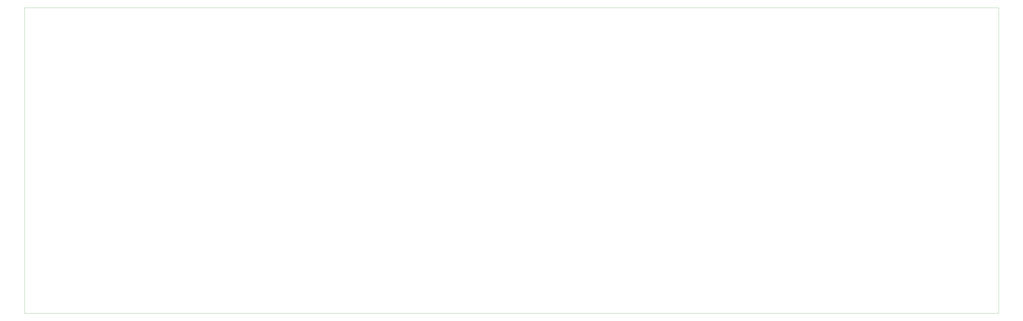
<source format=gbr>
%TF.GenerationSoftware,KiCad,Pcbnew,9.0.6*%
%TF.CreationDate,2026-01-11T11:58:47+00:00*%
%TF.ProjectId,keebv3,6b656562-7633-42e6-9b69-6361645f7063,rev?*%
%TF.SameCoordinates,Original*%
%TF.FileFunction,Profile,NP*%
%FSLAX46Y46*%
G04 Gerber Fmt 4.6, Leading zero omitted, Abs format (unit mm)*
G04 Created by KiCad (PCBNEW 9.0.6) date 2026-01-11 11:58:47*
%MOMM*%
%LPD*%
G01*
G04 APERTURE LIST*
%TA.AperFunction,Profile*%
%ADD10C,0.050000*%
%TD*%
G04 APERTURE END LIST*
D10*
X14287500Y-21431250D02*
X461962500Y-21431250D01*
X461962500Y-161925000D01*
X14287500Y-161925000D01*
X14287500Y-21431250D01*
M02*

</source>
